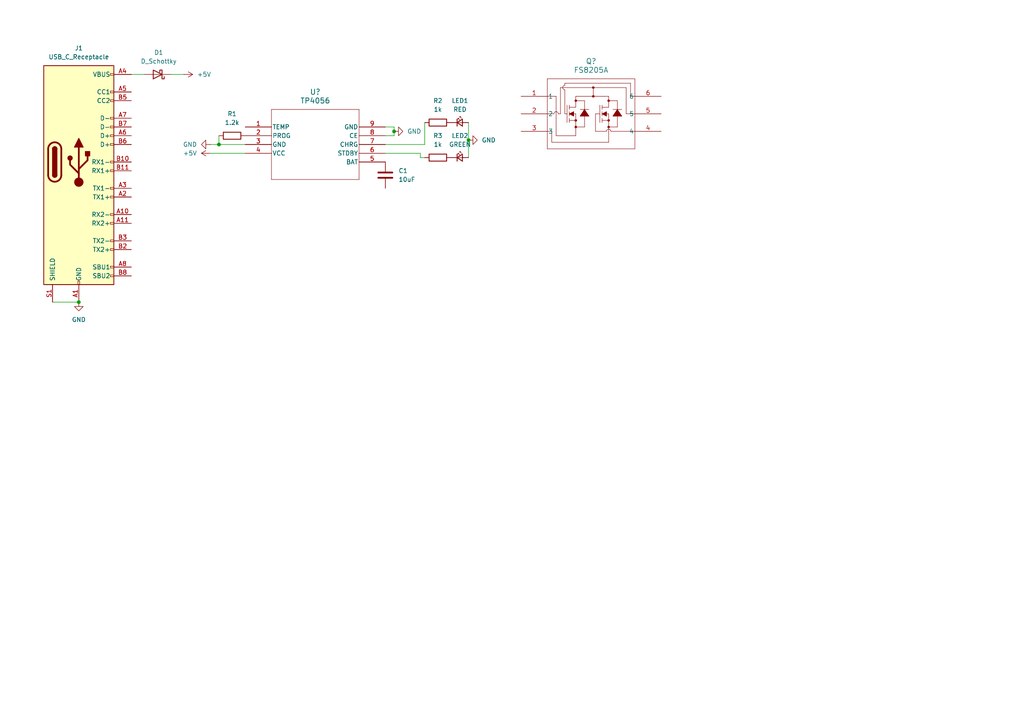
<source format=kicad_sch>
(kicad_sch (version 20250114) (generator "eeschema") (generator_version "9.0")
  (paper "A4")
  (lib_symbols
    (symbol "Connector:USB_C_Receptacle" (pin_names (offset 1.016))
      (property "Reference" "J" (at -10.16 29.21 0))
      (property "Value" "USB_C_Receptacle" (at 10.16 29.21 0))
      (symbol "USB_C_Receptacle_0_0"
        (rectangle (start -0.254 -35.56) (end 0.254 -34.544))
        (rectangle (start 10.16 25.654) (end 9.144 25.146))
        (rectangle (start 10.16 20.574) (end 9.144 20.066))
        (rectangle (start 10.16 18.034) (end 9.144 17.526))
        (rectangle (start 10.16 12.954) (end 9.144 12.446))
        (rectangle (start 10.16 10.414) (end 9.144 9.906))
        (rectangle (start 10.16 7.874) (end 9.144 7.366))
        (rectangle (start 10.16 5.334) (end 9.144 4.826))
        (rectangle (start 10.16 0.254) (end 9.144 -0.254))
        (rectangle (start 10.16 -2.286) (end 9.144 -2.794))
        (rectangle (start 10.16 -7.366) (end 9.144 -7.874))
        (rectangle (start 10.16 -9.906) (end 9.144 -10.414))
        (rectangle (start 10.16 -14.986) (end 9.144 -15.494))
        (rectangle (start 10.16 -17.526) (end 9.144 -18.034))
        (rectangle (start 10.16 -22.606) (end 9.144 -23.114))
        (rectangle (start 10.16 -25.146) (end 9.144 -25.654))
        (rectangle (start 10.16 -30.226) (end 9.144 -30.734))
        (rectangle (start 10.16 -32.766) (end 9.144 -33.274))
      )
      (symbol "USB_C_Receptacle_0_1"
        (rectangle (start -10.16 27.94) (end 10.16 -35.56) (stroke (width 0.254)) (fill (type background)))
        (polyline (pts (xy -8.89 -3.81) (xy -8.89 3.81)) (stroke (width 0.508)))
        (rectangle (start -7.62 -3.81) (end -6.35 3.81) (stroke (width 0.254)) (fill (type outline)))
        (arc (start -7.62 3.81) (mid -6.985 4.4423) (end -6.35 3.81) (stroke (width 0.254)))
        (arc (start -7.62 3.81) (mid -6.985 4.4423) (end -6.35 3.81) (stroke (width 0.254)) (fill (type outline)))
        (arc (start -8.89 3.81) (mid -6.985 5.7067) (end -5.08 3.81) (stroke (width 0.508)))
        (arc (start -5.08 -3.81) (mid -6.985 -5.7067) (end -8.89 -3.81) (stroke (width 0.508)))
        (arc (start -6.35 -3.81) (mid -6.985 -4.4423) (end -7.62 -3.81) (stroke (width 0.254)))
        (arc (start -6.35 -3.81) (mid -6.985 -4.4423) (end -7.62 -3.81) (stroke (width 0.254)) (fill (type outline)))
        (polyline (pts (xy -5.08 3.81) (xy -5.08 -3.81)) (stroke (width 0.508)))
      )
      (symbol "USB_C_Receptacle_1_1"
        (circle (center -2.54 1.143) (radius 0.635) (stroke (width 0.254)) (fill (type outline)))
        (polyline (pts (xy -1.27 4.318) (xy 0 6.858) (xy 1.27 4.318) (xy -1.27 4.318)) (stroke (width 0.254)) (fill (type outline)))
        (polyline (pts (xy 0 -2.032) (xy 2.54 0.508) (xy 2.54 1.778)) (stroke (width 0.508)))
        (polyline (pts (xy 0 -3.302) (xy -2.54 -0.762) (xy -2.54 0.508)) (stroke (width 0.508)))
        (polyline (pts (xy 0 -5.842) (xy 0 4.318)) (stroke (width 0.508)))
        (circle (center 0 -5.842) (radius 1.27) (fill (type outline)))
        (rectangle (start 1.905 1.778) (end 3.175 3.048) (stroke (width 0.254)) (fill (type outline)))
        (pin passive line (at -7.62 -40.64 90) (length 5.08) (name "SHIELD") (number "S1"))
        (pin passive line (at 0 -40.64 90) (length 5.08) (name "GND") (number "A1"))
        (pin passive line (at 0 -40.64 90) (length 5.08) (hide yes) (name "GND") (number "A12"))
        (pin passive line (at 0 -40.64 90) (length 5.08) (hide yes) (name "GND") (number "B1"))
        (pin passive line (at 0 -40.64 90) (length 5.08) (hide yes) (name "GND") (number "B12"))
        (pin passive line (at 15.24 25.4 180) (length 5.08) (name "VBUS") (number "A4"))
        (pin passive line (at 15.24 25.4 180) (length 5.08) (hide yes) (name "VBUS") (number "A9"))
        (pin passive line (at 15.24 25.4 180) (length 5.08) (hide yes) (name "VBUS") (number "B4"))
        (pin passive line (at 15.24 25.4 180) (length 5.08) (hide yes) (name "VBUS") (number "B9"))
        (pin bidirectional line (at 15.24 20.32 180) (length 5.08) (name "CC1") (number "A5"))
        (pin bidirectional line (at 15.24 17.78 180) (length 5.08) (name "CC2") (number "B5"))
        (pin bidirectional line (at 15.24 12.7 180) (length 5.08) (name "D-") (number "A7"))
        (pin bidirectional line (at 15.24 10.16 180) (length 5.08) (name "D-") (number "B7"))
        (pin bidirectional line (at 15.24 7.62 180) (length 5.08) (name "D+") (number "A6"))
        (pin bidirectional line (at 15.24 5.08 180) (length 5.08) (name "D+") (number "B6"))
        (pin bidirectional line (at 15.24 0 180) (length 5.08) (name "RX1-") (number "B10"))
        (pin bidirectional line (at 15.24 -2.54 180) (length 5.08) (name "RX1+") (number "B11"))
        (pin bidirectional line (at 15.24 -7.62 180) (length 5.08) (name "TX1-") (number "A3"))
        (pin bidirectional line (at 15.24 -10.16 180) (length 5.08) (name "TX1+") (number "A2"))
        (pin bidirectional line (at 15.24 -15.24 180) (length 5.08) (name "RX2-") (number "A10"))
        (pin bidirectional line (at 15.24 -17.78 180) (length 5.08) (name "RX2+") (number "A11"))
        (pin bidirectional line (at 15.24 -22.86 180) (length 5.08) (name "TX2-") (number "B3"))
        (pin bidirectional line (at 15.24 -25.4 180) (length 5.08) (name "TX2+") (number "B2"))
        (pin bidirectional line (at 15.24 -30.48 180) (length 5.08) (name "SBU1") (number "A8"))
        (pin bidirectional line (at 15.24 -33.02 180) (length 5.08) (name "SBU2") (number "B8"))
      )
    )
    (symbol "Device:C" (pin_numbers (hide yes)) (pin_names (offset 0.254))
      (property "Reference" "C" (at 0.635 2.54 0))
      (property "Value" "C" (at 0.635 -2.54 0))
      (symbol "C_0_1"
        (polyline (pts (xy -2.032 0.762) (xy 2.032 0.762)) (stroke (width 0.508)))
        (polyline (pts (xy -2.032 -0.762) (xy 2.032 -0.762)) (stroke (width 0.508)))
      )
      (symbol "C_1_1"
        (pin passive line (at 0 3.81 270) (length 2.794) (name "~") (number "1"))
        (pin passive line (at 0 -3.81 90) (length 2.794) (name "~") (number "2"))
      )
    )
    (symbol "Device:D_Schottky" (pin_numbers (hide yes)) (pin_names (offset 1.016) (hide yes))
      (property "Reference" "D" (at 0 2.54 0))
      (property "Value" "D_Schottky" (at 0 -2.54 0))
      (symbol "D_Schottky_0_1"
        (polyline (pts (xy -1.905 0.635) (xy -1.905 1.27) (xy -1.27 1.27) (xy -1.27 -1.27) (xy -0.635 -1.27) (xy -0.635 -0.635)) (stroke (width 0.254)))
        (polyline (pts (xy 1.27 1.27) (xy 1.27 -1.27) (xy -1.27 0) (xy 1.27 1.27)) (stroke (width 0.254)))
        (polyline (pts (xy 1.27 0) (xy -1.27 0)))
      )
      (symbol "D_Schottky_1_1"
        (pin passive line (at -3.81 0 0) (length 2.54) (name "K") (number "1"))
        (pin passive line (at 3.81 0 180) (length 2.54) (name "A") (number "2"))
      )
    )
    (symbol "Device:R" (pin_numbers (hide yes)) (pin_names (offset 0))
      (property "Reference" "R" (at 2.032 0 90))
      (property "Value" "R" (at 0 0 90))
      (symbol "R_0_1"
        (rectangle (start -1.016 -2.54) (end 1.016 2.54) (stroke (width 0.254)))
      )
      (symbol "R_1_1"
        (pin passive line (at 0 3.81 270) (length 1.27) (name "~") (number "1"))
        (pin passive line (at 0 -3.81 90) (length 1.27) (name "~") (number "2"))
      )
    )
    (symbol "FS8205A:FS8205A" (pin_names (offset 0.254))
      (property "Reference" "Q" (at 20.32 10.16 0))
      (property "Value" "FS8205A" (at 20.32 7.62 0))
      (symbol "FS8205A_0_1"
        (polyline (pts (xy 7.62 5.08) (xy 7.62 -15.24)) (stroke (width 0.127)))
        (polyline (pts (xy 7.62 0) (xy 10.16 0)) (stroke (width 0.127)))
        (polyline (pts (xy 7.62 -5.08) (xy 9.525 -5.08)) (stroke (width 0.127)))
        (polyline (pts (xy 7.62 -10.16) (xy 8.89 -10.16)) (stroke (width 0.127)))
        (polyline (pts (xy 7.62 -15.24) (xy 33.02 -15.24)) (stroke (width 0.127)))
        (polyline (pts (xy 8.89 -13.335) (xy 8.89 -10.16)) (stroke (width 0.127)))
        (polyline (pts (xy 8.89 -13.335) (xy 25.4 -13.335)) (stroke (width 0.127)))
        (polyline (pts (xy 10.16 0) (xy 10.16 -11.43)) (stroke (width 0.127)))
        (arc (start 9.525 -5.08) (mid 10.16 -4.4477) (end 10.795 -5.08) (stroke (width 0.127)))
        (polyline (pts (xy 10.16 -11.43) (xy 15.875 -11.43)) (stroke (width 0.127)))
        (polyline (pts (xy 10.795 -5.08) (xy 11.43 -5.08)) (stroke (width 0.127)))
        (polyline (pts (xy 11.43 2.54) (xy 30.48 2.54)) (stroke (width 0.127)))
        (polyline (pts (xy 11.43 -5.08) (xy 11.43 2.54)) (stroke (width 0.127)))
        (polyline (pts (xy 12.7 3.81) (xy 12.7 3.175)) (stroke (width 0.127)))
        (polyline (pts (xy 12.7 1.905) (xy 12.7 -5.08)) (stroke (width 0.127)))
        (polyline (pts (xy 12.7 -5.08) (xy 13.335 -5.08)) (stroke (width 0.127)))
        (arc (start 12.7 1.905) (mid 12.0677 2.54) (end 12.7 3.175) (stroke (width 0.127)))
        (polyline (pts (xy 13.335 -2.54) (xy 13.335 -7.62)) (stroke (width 0.127)))
        (polyline (pts (xy 13.97 -2.54) (xy 13.97 -3.81)) (stroke (width 0.127)))
        (polyline (pts (xy 13.97 -3.175) (xy 15.875 -3.175)) (stroke (width 0.127)))
        (polyline (pts (xy 13.97 -4.445) (xy 13.97 -5.715)) (stroke (width 0.127)))
        (polyline (pts (xy 13.97 -5.08) (xy 15.24 -4.445)) (stroke (width 0.127)))
        (polyline (pts (xy 13.97 -5.08) (xy 15.875 -5.08)) (stroke (width 0.127)))
        (polyline (pts (xy 13.97 -5.08) (xy 15.24 -5.715) (xy 15.24 -4.445)) (fill (type outline)))
        (polyline (pts (xy 13.97 -6.35) (xy 13.97 -7.62)) (stroke (width 0.127)))
        (polyline (pts (xy 13.97 -6.985) (xy 15.875 -6.985)) (stroke (width 0.127)))
        (polyline (pts (xy 15.24 -4.445) (xy 15.24 -5.715)) (stroke (width 0.127)))
        (polyline (pts (xy 15.24 -5.715) (xy 13.97 -5.08)) (stroke (width 0.127)))
        (polyline (pts (xy 15.875 0) (xy 15.875 -3.175)) (stroke (width 0.127)))
        (polyline (pts (xy 15.875 -1.27) (xy 18.415 -1.27)) (stroke (width 0.127)))
        (circle (center 15.875 -1.27) (radius 0.2032) (stroke (width 0.3048)))
        (polyline (pts (xy 15.875 -5.08) (xy 15.875 -11.43)) (stroke (width 0.127)))
        (circle (center 15.875 -6.985) (radius 0.2032) (stroke (width 0.3048)))
        (circle (center 15.875 -8.89) (radius 0.2032) (stroke (width 0.3048)))
        (polyline (pts (xy 17.145 -3.81) (xy 19.685 -3.81)) (stroke (width 0.127)))
        (polyline (pts (xy 17.145 -5.715) (xy 19.685 -5.715)) (stroke (width 0.127)))
        (polyline (pts (xy 18.415 -1.27) (xy 18.415 -8.89)) (stroke (width 0.127)))
        (polyline (pts (xy 18.415 -3.81) (xy 17.145 -5.715)) (stroke (width 0.127)))
        (polyline (pts (xy 18.415 -3.81) (xy 19.685 -5.715)) (stroke (width 0.127)))
        (polyline (pts (xy 18.415 -3.81) (xy 17.145 -5.715) (xy 19.685 -5.715)) (fill (type outline)))
        (polyline (pts (xy 18.415 -8.89) (xy 15.875 -8.89)) (stroke (width 0.127)))
        (circle (center 20.955 2.54) (radius 0.2032) (stroke (width 0.3048)))
        (polyline (pts (xy 20.955 0) (xy 20.955 2.54)) (stroke (width 0.127)))
        (circle (center 20.955 0) (radius 0.2032) (stroke (width 0.3048)))
        (polyline (pts (xy 21.59 -5.08) (xy 22.86 -5.08)) (stroke (width 0.127)))
        (polyline (pts (xy 21.59 -10.16) (xy 21.59 -5.08)) (stroke (width 0.127)))
        (polyline (pts (xy 21.59 -10.16) (xy 24.765 -10.16)) (stroke (width 0.127)))
        (polyline (pts (xy 22.86 -2.54) (xy 22.86 -7.62)) (stroke (width 0.127)))
        (polyline (pts (xy 23.495 -2.54) (xy 23.495 -3.81)) (stroke (width 0.127)))
        (polyline (pts (xy 23.495 -3.175) (xy 25.4 -3.175)) (stroke (width 0.127)))
        (polyline (pts (xy 23.495 -4.445) (xy 23.495 -5.715)) (stroke (width 0.127)))
        (polyline (pts (xy 23.495 -5.08) (xy 24.765 -4.445)) (stroke (width 0.127)))
        (polyline (pts (xy 23.495 -5.08) (xy 25.4 -5.08)) (stroke (width 0.127)))
        (polyline (pts (xy 23.495 -5.08) (xy 24.765 -5.715) (xy 24.765 -4.445)) (fill (type outline)))
        (polyline (pts (xy 23.495 -6.35) (xy 23.495 -7.62)) (stroke (width 0.127)))
        (polyline (pts (xy 23.495 -6.985) (xy 25.4 -6.985)) (stroke (width 0.127)))
        (polyline (pts (xy 24.765 -4.445) (xy 24.765 -5.715)) (stroke (width 0.127)))
        (polyline (pts (xy 24.765 -5.715) (xy 23.495 -5.08)) (stroke (width 0.127)))
        (polyline (pts (xy 25.4 0) (xy 15.875 0)) (stroke (width 0.127)))
        (polyline (pts (xy 25.4 0) (xy 25.4 -3.175)) (stroke (width 0.127)))
        (polyline (pts (xy 25.4 -1.27) (xy 27.94 -1.27)) (stroke (width 0.127)))
        (circle (center 25.4 -1.27) (radius 0.2032) (stroke (width 0.3048)))
        (polyline (pts (xy 25.4 -5.08) (xy 25.4 -13.335)) (stroke (width 0.127)))
        (circle (center 25.4 -6.985) (radius 0.2032) (stroke (width 0.3048)))
        (circle (center 25.4 -8.89) (radius 0.2032) (stroke (width 0.3048)))
        (arc (start 24.765 -10.16) (mid 25.4 -9.5277) (end 26.035 -10.16) (stroke (width 0.127)))
        (polyline (pts (xy 26.67 -3.81) (xy 29.21 -3.81)) (stroke (width 0.127)))
        (polyline (pts (xy 26.67 -5.715) (xy 29.21 -5.715)) (stroke (width 0.127)))
        (polyline (pts (xy 27.94 -1.27) (xy 27.94 -8.89)) (stroke (width 0.127)))
        (polyline (pts (xy 27.94 -3.81) (xy 26.67 -5.715)) (stroke (width 0.127)))
        (polyline (pts (xy 27.94 -3.81) (xy 29.21 -5.715)) (stroke (width 0.127)))
        (polyline (pts (xy 27.94 -3.81) (xy 26.67 -5.715) (xy 29.21 -5.715)) (fill (type outline)))
        (polyline (pts (xy 27.94 -8.89) (xy 25.4 -8.89)) (stroke (width 0.127)))
        (polyline (pts (xy 30.48 2.54) (xy 30.48 -5.08)) (stroke (width 0.127)))
        (polyline (pts (xy 30.48 -5.08) (xy 33.02 -5.08)) (stroke (width 0.127)))
        (polyline (pts (xy 31.75 3.81) (xy 12.7 3.81)) (stroke (width 0.127)))
        (polyline (pts (xy 31.75 3.81) (xy 31.75 0)) (stroke (width 0.127)))
        (polyline (pts (xy 33.02 5.08) (xy 7.62 5.08)) (stroke (width 0.127)))
        (polyline (pts (xy 33.02 0) (xy 31.75 0)) (stroke (width 0.127)))
        (polyline (pts (xy 33.02 -10.16) (xy 26.035 -10.16)) (stroke (width 0.127)))
        (polyline (pts (xy 33.02 -15.24) (xy 33.02 5.08)) (stroke (width 0.127)))
        (pin unspecified line (at 0 0 0) (length 7.62) (name "1") (number "1"))
        (pin unspecified line (at 0 -5.08 0) (length 7.62) (name "2") (number "2"))
        (pin unspecified line (at 0 -10.16 0) (length 7.62) (name "3") (number "3"))
        (pin unspecified line (at 40.64 0 180) (length 7.62) (name "6") (number "6"))
        (pin unspecified line (at 40.64 -5.08 180) (length 7.62) (name "5") (number "5"))
        (pin unspecified line (at 40.64 -10.16 180) (length 7.62) (name "4") (number "4"))
      )
    )
    (symbol "PCM_SparkFun-LED:LED" (pin_numbers (hide yes)) (pin_names (offset 1.016) (hide yes))
      (property "Reference" "D" (at 0 2.54 0))
      (property "Value" "LED" (at 0 -2.54 0))
      (symbol "LED_0_1"
        (polyline (pts (xy -0.762 -1.016) (xy -0.762 1.016)) (stroke (width 0.254)))
        (polyline (pts (xy 0 0.762) (xy -0.508 1.27) (xy -0.254 1.27) (xy -0.508 1.27) (xy -0.508 1.016)))
        (polyline (pts (xy 0.508 1.27) (xy 0 1.778) (xy 0.254 1.778) (xy 0 1.778) (xy 0 1.524)))
        (polyline (pts (xy 0.762 -1.016) (xy -0.762 0) (xy 0.762 1.016) (xy 0.762 -1.016)) (stroke (width 0.254)))
        (polyline (pts (xy 1.016 0) (xy -0.762 0)))
      )
      (symbol "LED_1_1"
        (pin passive line (at -2.54 0 0) (length 1.778) (name "K") (number "1"))
        (pin passive line (at 2.54 0 180) (length 1.778) (name "A") (number "2"))
      )
    )
    (symbol "TP4056:TP4056" (pin_names (offset 0.254))
      (property "Reference" "U" (at 20.32 10.16 0))
      (property "Value" "TP4056" (at 20.32 7.62 0))
      (symbol "TP4056_0_1"
        (polyline (pts (xy 7.62 5.08) (xy 7.62 -15.24)) (stroke (width 0.127)))
        (polyline (pts (xy 7.62 -15.24) (xy 33.02 -15.24)) (stroke (width 0.127)))
        (polyline (pts (xy 33.02 5.08) (xy 7.62 5.08)) (stroke (width 0.127)))
        (polyline (pts (xy 33.02 -15.24) (xy 33.02 5.08)) (stroke (width 0.127)))
        (pin unspecified line (at 0 0 0) (length 7.62) (name "TEMP") (number "1"))
        (pin unspecified line (at 0 -2.54 0) (length 7.62) (name "PROG") (number "2"))
        (pin power_out line (at 0 -5.08 0) (length 7.62) (name "GND") (number "3"))
        (pin power_in line (at 0 -7.62 0) (length 7.62) (name "VCC") (number "4"))
        (pin power_out line (at 40.64 0 180) (length 7.62) (name "GND") (number "9"))
        (pin unspecified line (at 40.64 -2.54 180) (length 7.62) (name "CE") (number "8"))
        (pin unspecified line (at 40.64 -5.08 180) (length 7.62) (name "CHRG") (number "7"))
        (pin unspecified line (at 40.64 -7.62 180) (length 7.62) (name "STDBY") (number "6"))
        (pin unspecified line (at 40.64 -10.16 180) (length 7.62) (name "BAT") (number "5"))
      )
    )
    (symbol "power:+5V" (power) (pin_numbers (hide yes)) (pin_names (offset 0) (hide yes))
      (property "Value" "+5V" (at 0 3.556 0))
      (symbol "+5V_0_1"
        (polyline (pts (xy -0.762 1.27) (xy 0 2.54)))
        (polyline (pts (xy 0 2.54) (xy 0.762 1.27)))
        (polyline (pts (xy 0 0) (xy 0 2.54)))
      )
      (symbol "+5V_1_1"
        (pin power_in line (at 0 0 90) (length 0) (name "~") (number "1"))
      )
    )
    (symbol "power:GND" (power) (pin_numbers (hide yes)) (pin_names (offset 0) (hide yes))
      (property "Value" "GND" (at 0 -3.81 0))
      (symbol "GND_0_1"
        (polyline (pts (xy 0 0) (xy 0 -1.27) (xy 1.27 -1.27) (xy 0 -2.54) (xy -1.27 -1.27) (xy 0 -1.27)))
      )
      (symbol "GND_1_1"
        (pin power_in line (at 0 0 270) (length 0) (name "~") (number "1"))
      )
    )
  )
  (junction (at 114.3 38.1))
  (junction (at 63.5 41.91))
  (junction (at 22.86 87.63))
  (junction (at 135.89 40.64))
  (wire (pts (xy 114.3 39.37) (xy 114.3 38.1)))
  (wire (pts (xy 123.19 35.56) (xy 123.19 41.91)))
  (wire (pts (xy 121.92 44.45) (xy 111.76 44.45)))
  (wire (pts (xy 38.1 21.59) (xy 41.91 21.59)))
  (wire (pts (xy 135.89 40.64) (xy 135.89 45.72)))
  (wire (pts (xy 123.19 41.91) (xy 111.76 41.91)))
  (wire (pts (xy 49.53 21.59) (xy 53.34 21.59)))
  (wire (pts (xy 15.24 87.63) (xy 22.86 87.63)))
  (wire (pts (xy 121.92 45.72) (xy 121.92 44.45)))
  (wire (pts (xy 111.76 36.83) (xy 114.3 36.83)))
  (wire (pts (xy 135.89 35.56) (xy 135.89 40.64)))
  (wire (pts (xy 111.76 39.37) (xy 114.3 39.37)))
  (wire (pts (xy 60.96 41.91) (xy 63.5 41.91)))
  (wire (pts (xy 63.5 39.37) (xy 63.5 41.91)))
  (wire (pts (xy 123.19 45.72) (xy 121.92 45.72)))
  (wire (pts (xy 114.3 36.83) (xy 114.3 38.1)))
  (wire (pts (xy 60.96 44.45) (xy 71.12 44.45)))
  (wire (pts (xy 63.5 41.91) (xy 71.12 41.91)))
  (symbol (lib_id "TP4056:TP4056") (at 71.12 36.83 0) (unit 1)
    (property "Reference" "U?" (at 91.44 26.67 0) (effects (font (size 1.524 1.524))))
    (property "Value" "TP4056" (at 91.44 29.21 0) (effects (font (size 1.524 1.524))))
    (property "Footprint" "ESOP8_UMW" (effects (hide yes)))
    (property "Datasheet" "TP4056" (effects (hide yes)))
  )
  (symbol (lib_id "power:GND") (at 22.86 87.63 0) (unit 1)
    (property "Reference" "#PWR01" (effects (hide yes)))
    (property "Value" "GND" (at 22.86 92.71 0))
    (property "Description" "Power symbol creates a global label with name \"GND\" , ground" (effects (hide yes)))
  )
  (symbol (lib_id "FS8205A:FS8205A") (at 151.13 27.94 0) (unit 1)
    (property "Reference" "Q?" (at 171.45 17.78 0) (effects (font (size 1.524 1.524))))
    (property "Value" "FS8205A" (at 171.45 20.32 0) (effects (font (size 1.524 1.524))))
    (property "Footprint" "SOT-23-6L_TCP" (effects (hide yes)))
    (property "Datasheet" "FS8205A" (effects (hide yes)))
  )
  (symbol (lib_id "Device:R") (at 127 35.56 90) (unit 1)
    (property "Reference" "R2" (at 127 29.21 90))
    (property "Value" "1k" (at 127 31.75 90))
    (property "Description" "Resistor" (effects (hide yes)))
  )
  (symbol (lib_id "Connector:USB_C_Receptacle") (at 22.86 46.99 0) (unit 1)
    (property "Reference" "J1" (at 22.86 13.97 0))
    (property "Value" "USB_C_Receptacle" (at 22.86 16.51 0))
    (property "Datasheet" "https://www.usb.org/sites/default/files/documents/usb_type-c.zip" (effects (hide yes)))
    (property "Description" "USB Full-Featured Type-C Receptacle connector" (effects (hide yes)))
  )
  (symbol (lib_id "Device:D_Schottky") (at 45.72 21.59 180) (unit 1)
    (property "Reference" "D1" (at 46.0375 15.24 0))
    (property "Value" "D_Schottky" (at 46.0375 17.78 0))
    (property "Description" "Schottky diode" (effects (hide yes)))
  )
  (symbol (lib_id "Device:C") (at 111.76 50.8 0) (unit 1)
    (property "Reference" "C1" (at 115.57 49.5299 0) (effects (justify left)))
    (property "Value" "10uF" (at 115.57 52.0699 0) (effects (justify left)))
    (property "Description" "Unpolarized capacitor" (effects (hide yes)))
  )
  (symbol (lib_id "power:+5V") (at 60.96 44.45 90) (unit 1)
    (property "Reference" "#PWR03" (effects (hide yes)))
    (property "Value" "+5V" (at 57.15 44.4499 90) (effects (justify left)))
    (property "Description" "Power symbol creates a global label with name \"+5V\"" (effects (hide yes)))
  )
  (symbol (lib_id "Device:R") (at 127 45.72 90) (unit 1)
    (property "Reference" "R3" (at 127 39.37 90))
    (property "Value" "1k" (at 127 41.91 90))
    (property "Description" "Resistor" (effects (hide yes)))
  )
  (symbol (lib_id "power:GND") (at 114.3 38.1 90) (unit 1)
    (property "Reference" "#PWR05" (effects (hide yes)))
    (property "Value" "GND" (at 118.11 38.0999 90) (effects (justify right)))
    (property "Description" "Power symbol creates a global label with name \"GND\" , ground" (effects (hide yes)))
  )
  (symbol (lib_id "power:GND") (at 60.96 41.91 270) (unit 1)
    (property "Reference" "#PWR04" (effects (hide yes)))
    (property "Value" "GND" (at 57.15 41.9099 90) (effects (justify right)))
    (property "Description" "Power symbol creates a global label with name \"GND\" , ground" (effects (hide yes)))
  )
  (symbol (lib_id "PCM_SparkFun-LED:LED") (at 133.35 45.72 0) (unit 1)
    (property "Reference" "LED2" (at 133.4135 39.37 0))
    (property "Value" "GREEN" (at 133.4135 41.91 0))
    (property "Footprint" "PCM_SparkFun-LED:LED_0603_1608Metric" (effects (hide yes)))
    (property "Description" "Light emitting diode" (effects (hide yes)))
    (property "PROD_ID" "LED-" (effects (hide yes)))
  )
  (symbol (lib_id "power:+5V") (at 53.34 21.59 270) (unit 1)
    (property "Reference" "#PWR02" (effects (hide yes)))
    (property "Value" "+5V" (at 57.15 21.5899 90) (effects (justify left)))
    (property "Description" "Power symbol creates a global label with name \"+5V\"" (effects (hide yes)))
  )
  (symbol (lib_id "PCM_SparkFun-LED:LED") (at 133.35 35.56 0) (unit 1)
    (property "Reference" "LED1" (at 133.4135 29.21 0))
    (property "Value" "RED" (at 133.4135 31.75 0))
    (property "Footprint" "PCM_SparkFun-LED:LED_0603_1608Metric" (effects (hide yes)))
    (property "Description" "Light emitting diode" (effects (hide yes)))
    (property "PROD_ID" "LED-" (effects (hide yes)))
  )
  (symbol (lib_id "power:GND") (at 135.89 40.64 90) (unit 1)
    (property "Reference" "#PWR06" (effects (hide yes)))
    (property "Value" "GND" (at 139.7 40.6399 90) (effects (justify right)))
    (property "Description" "Power symbol creates a global label with name \"GND\" , ground" (effects (hide yes)))
  )
  (symbol (lib_id "Device:R") (at 67.31 39.37 90) (unit 1)
    (property "Reference" "R1" (at 67.31 33.02 90))
    (property "Value" "1.2k" (at 67.31 35.56 90))
    (property "Description" "Resistor" (effects (hide yes)))
  )
)
</source>
